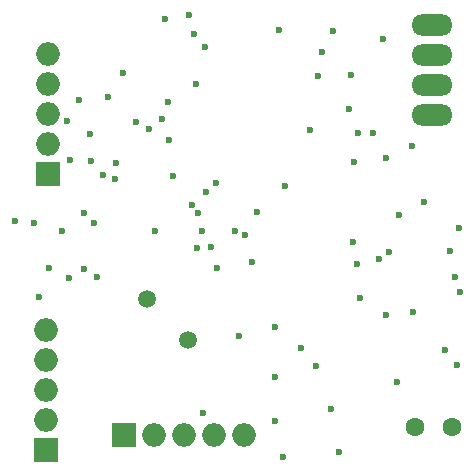
<source format=gbr>
G04 #@! TF.FileFunction,Soldermask,Bot*
%FSLAX46Y46*%
G04 Gerber Fmt 4.6, Leading zero omitted, Abs format (unit mm)*
G04 Created by KiCad (PCBNEW 4.0.4-stable) date 06/04/17 23:31:50*
%MOMM*%
%LPD*%
G01*
G04 APERTURE LIST*
%ADD10C,0.100000*%
%ADD11C,1.600200*%
%ADD12C,1.500000*%
%ADD13O,3.500120X1.800860*%
%ADD14O,1.998980X1.998980*%
%ADD15R,1.998980X1.998980*%
%ADD16C,0.600000*%
G04 APERTURE END LIST*
D10*
D11*
X46969680Y-194066160D03*
X50144680Y-194066160D03*
D12*
X27750000Y-186700000D03*
X24299319Y-183249319D03*
D13*
X48442880Y-160050480D03*
X48442880Y-162590480D03*
X48442880Y-165130480D03*
X48442880Y-167670480D03*
D14*
X15740000Y-188375000D03*
D15*
X15740000Y-195995000D03*
D14*
X15740000Y-193455000D03*
X15740000Y-190915000D03*
X15740000Y-185835000D03*
X15940000Y-164985000D03*
D15*
X15940000Y-172605000D03*
D14*
X15940000Y-170065000D03*
X15940000Y-167525000D03*
X15940000Y-162445000D03*
X29960000Y-194745000D03*
D15*
X22340000Y-194745000D03*
D14*
X24880000Y-194745000D03*
X27420000Y-194745000D03*
X32500000Y-194745000D03*
D16*
X35160000Y-189860000D03*
X46880000Y-184310000D03*
X44520000Y-184600000D03*
X41840000Y-171620000D03*
X44550000Y-171270000D03*
X46730000Y-170250000D03*
X42150000Y-169170000D03*
X41600000Y-164275000D03*
X40610000Y-196195000D03*
X35150000Y-193560000D03*
X44820000Y-179265000D03*
X49510000Y-187535000D03*
X32100000Y-186340000D03*
X37350000Y-187380000D03*
X24470000Y-168790000D03*
X21630000Y-173030000D03*
X29260000Y-161890000D03*
X38790000Y-164295000D03*
X14732000Y-176784000D03*
X30226000Y-180594000D03*
X20066000Y-181356000D03*
X16002000Y-180594000D03*
X38650000Y-188900000D03*
X35500000Y-160440000D03*
X22275000Y-164045000D03*
X25820000Y-159510000D03*
X15200000Y-183075000D03*
X28460000Y-164995000D03*
X40070000Y-160525000D03*
X36030000Y-173615000D03*
X19480000Y-169225000D03*
X24960000Y-177445000D03*
X17700000Y-181420000D03*
X19800000Y-176820000D03*
X50800000Y-182626000D03*
X45466000Y-190246000D03*
X43434000Y-169164000D03*
X41402000Y-167132000D03*
X23410000Y-168270000D03*
X21660000Y-171740000D03*
X29718000Y-178816000D03*
X43990000Y-179870000D03*
X45650000Y-176120000D03*
X50540000Y-188790000D03*
X39900000Y-192540000D03*
X18990000Y-175945000D03*
X28170000Y-175295000D03*
X17100000Y-177500000D03*
X30180000Y-173395000D03*
X44270000Y-161185000D03*
X19020000Y-180655000D03*
X28590000Y-178895000D03*
X33190000Y-180060000D03*
X35180000Y-185590000D03*
X50770000Y-177180000D03*
X49960000Y-179125000D03*
X29310000Y-174155000D03*
X50390000Y-181375000D03*
X42122060Y-180252781D03*
X42350000Y-183160000D03*
X35814000Y-196596000D03*
X47752000Y-175006000D03*
X39116000Y-162306000D03*
X38100000Y-168910000D03*
X21050000Y-166140000D03*
X19560000Y-171560000D03*
X28940000Y-177450000D03*
X26170000Y-169745000D03*
X28320000Y-160785000D03*
X26120000Y-166565000D03*
X33660000Y-175885000D03*
X32630000Y-177830000D03*
X31780000Y-177440000D03*
X41730000Y-178375000D03*
X27890000Y-159175000D03*
X26550000Y-172785000D03*
X13130000Y-176650000D03*
X28630000Y-175955000D03*
X29040000Y-192905000D03*
X25570000Y-167980000D03*
X17780000Y-171450000D03*
X17526000Y-168148000D03*
X18542000Y-166370000D03*
X20574000Y-172720000D03*
M02*

</source>
